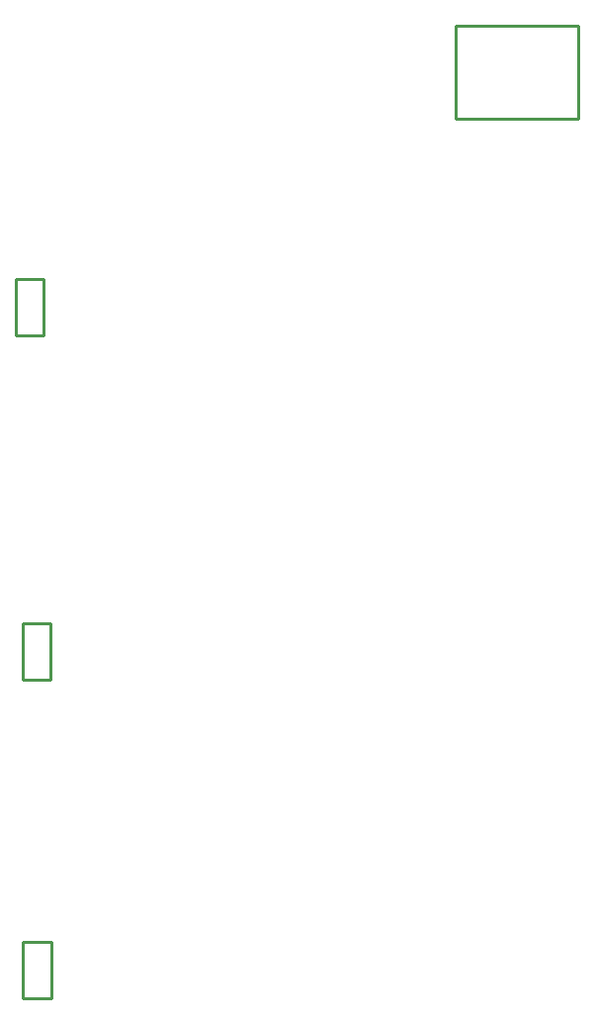
<source format=gm1>
G04*
G04 #@! TF.GenerationSoftware,Altium Limited,Altium Designer,23.10.1 (27)*
G04*
G04 Layer_Color=16711935*
%FSLAX25Y25*%
%MOIN*%
G70*
G04*
G04 #@! TF.SameCoordinates,D58E8A5F-C196-4DC0-9E6E-83BCDBF650AB*
G04*
G04*
G04 #@! TF.FilePolarity,Positive*
G04*
G01*
G75*
%ADD10C,0.01000*%
D10*
X194980Y336417D02*
Y344291D01*
X236319Y328543D02*
Y336417D01*
X194980Y344291D02*
X236319D01*
Y336417D02*
Y344291D01*
X194980Y312795D02*
X236319D01*
X194980D02*
Y336417D01*
X236319Y312795D02*
Y328543D01*
X56075Y239929D02*
Y258929D01*
X46575D02*
X56075D01*
X46575Y239929D02*
X56075D01*
X46575D02*
Y258929D01*
X48937Y124004D02*
Y143004D01*
Y124004D02*
X58437D01*
X48937Y143004D02*
X58437D01*
Y124004D02*
Y143004D01*
X58500Y16630D02*
Y35630D01*
X49000D02*
X58500D01*
X49000Y16630D02*
X58500D01*
X49000D02*
Y35630D01*
M02*

</source>
